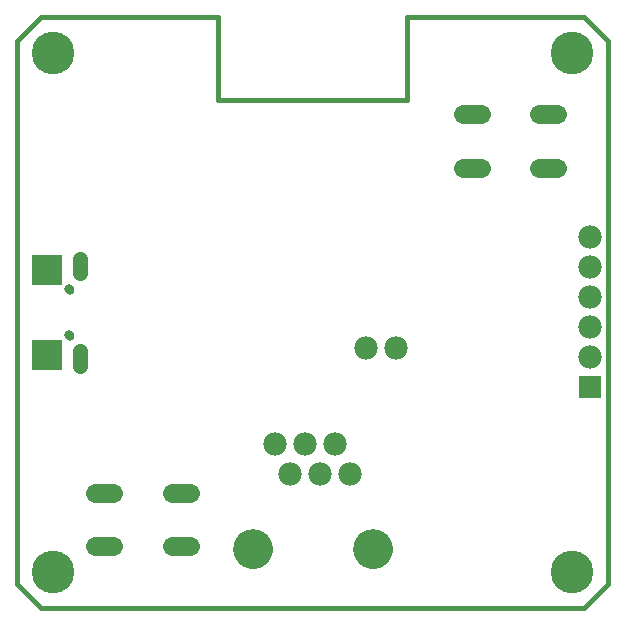
<source format=gbs>
G75*
%MOIN*%
%OFA0B0*%
%FSLAX25Y25*%
%IPPOS*%
%LPD*%
%AMOC8*
5,1,8,0,0,1.08239X$1,22.5*
%
%ADD10C,0.01600*%
%ADD11C,0.07800*%
%ADD12C,0.00000*%
%ADD13C,0.13200*%
%ADD14C,0.06400*%
%ADD15C,0.14243*%
%ADD16C,0.05156*%
%ADD17R,0.10243X0.10243*%
%ADD18C,0.03156*%
%ADD19R,0.07800X0.07800*%
D10*
X0011093Y0013715D02*
X0192195Y0013715D01*
X0200069Y0021589D01*
X0200069Y0202691D01*
X0192195Y0210565D01*
X0133140Y0210565D01*
X0133140Y0183006D01*
X0070148Y0183006D01*
X0070148Y0210565D01*
X0011093Y0210565D01*
X0003219Y0202691D01*
X0003219Y0021589D01*
X0011093Y0013715D01*
D11*
X0089144Y0068400D03*
X0099144Y0068400D03*
X0109144Y0068400D03*
X0114144Y0058400D03*
X0104144Y0058400D03*
X0094144Y0058400D03*
X0119360Y0100329D03*
X0129360Y0100329D03*
X0194163Y0097140D03*
X0194163Y0107140D03*
X0194163Y0117140D03*
X0194163Y0127140D03*
X0194163Y0137140D03*
D12*
X0115244Y0033400D02*
X0115246Y0033560D01*
X0115252Y0033719D01*
X0115262Y0033878D01*
X0115276Y0034037D01*
X0115294Y0034196D01*
X0115315Y0034354D01*
X0115341Y0034511D01*
X0115371Y0034668D01*
X0115404Y0034824D01*
X0115442Y0034979D01*
X0115483Y0035133D01*
X0115528Y0035286D01*
X0115577Y0035438D01*
X0115630Y0035589D01*
X0115686Y0035738D01*
X0115747Y0035886D01*
X0115810Y0036032D01*
X0115878Y0036177D01*
X0115949Y0036320D01*
X0116023Y0036461D01*
X0116101Y0036600D01*
X0116183Y0036737D01*
X0116268Y0036872D01*
X0116356Y0037005D01*
X0116448Y0037136D01*
X0116542Y0037264D01*
X0116640Y0037390D01*
X0116741Y0037514D01*
X0116845Y0037635D01*
X0116952Y0037753D01*
X0117062Y0037869D01*
X0117175Y0037982D01*
X0117291Y0038092D01*
X0117409Y0038199D01*
X0117530Y0038303D01*
X0117654Y0038404D01*
X0117780Y0038502D01*
X0117908Y0038596D01*
X0118039Y0038688D01*
X0118172Y0038776D01*
X0118307Y0038861D01*
X0118444Y0038943D01*
X0118583Y0039021D01*
X0118724Y0039095D01*
X0118867Y0039166D01*
X0119012Y0039234D01*
X0119158Y0039297D01*
X0119306Y0039358D01*
X0119455Y0039414D01*
X0119606Y0039467D01*
X0119758Y0039516D01*
X0119911Y0039561D01*
X0120065Y0039602D01*
X0120220Y0039640D01*
X0120376Y0039673D01*
X0120533Y0039703D01*
X0120690Y0039729D01*
X0120848Y0039750D01*
X0121007Y0039768D01*
X0121166Y0039782D01*
X0121325Y0039792D01*
X0121484Y0039798D01*
X0121644Y0039800D01*
X0121804Y0039798D01*
X0121963Y0039792D01*
X0122122Y0039782D01*
X0122281Y0039768D01*
X0122440Y0039750D01*
X0122598Y0039729D01*
X0122755Y0039703D01*
X0122912Y0039673D01*
X0123068Y0039640D01*
X0123223Y0039602D01*
X0123377Y0039561D01*
X0123530Y0039516D01*
X0123682Y0039467D01*
X0123833Y0039414D01*
X0123982Y0039358D01*
X0124130Y0039297D01*
X0124276Y0039234D01*
X0124421Y0039166D01*
X0124564Y0039095D01*
X0124705Y0039021D01*
X0124844Y0038943D01*
X0124981Y0038861D01*
X0125116Y0038776D01*
X0125249Y0038688D01*
X0125380Y0038596D01*
X0125508Y0038502D01*
X0125634Y0038404D01*
X0125758Y0038303D01*
X0125879Y0038199D01*
X0125997Y0038092D01*
X0126113Y0037982D01*
X0126226Y0037869D01*
X0126336Y0037753D01*
X0126443Y0037635D01*
X0126547Y0037514D01*
X0126648Y0037390D01*
X0126746Y0037264D01*
X0126840Y0037136D01*
X0126932Y0037005D01*
X0127020Y0036872D01*
X0127105Y0036737D01*
X0127187Y0036600D01*
X0127265Y0036461D01*
X0127339Y0036320D01*
X0127410Y0036177D01*
X0127478Y0036032D01*
X0127541Y0035886D01*
X0127602Y0035738D01*
X0127658Y0035589D01*
X0127711Y0035438D01*
X0127760Y0035286D01*
X0127805Y0035133D01*
X0127846Y0034979D01*
X0127884Y0034824D01*
X0127917Y0034668D01*
X0127947Y0034511D01*
X0127973Y0034354D01*
X0127994Y0034196D01*
X0128012Y0034037D01*
X0128026Y0033878D01*
X0128036Y0033719D01*
X0128042Y0033560D01*
X0128044Y0033400D01*
X0128042Y0033240D01*
X0128036Y0033081D01*
X0128026Y0032922D01*
X0128012Y0032763D01*
X0127994Y0032604D01*
X0127973Y0032446D01*
X0127947Y0032289D01*
X0127917Y0032132D01*
X0127884Y0031976D01*
X0127846Y0031821D01*
X0127805Y0031667D01*
X0127760Y0031514D01*
X0127711Y0031362D01*
X0127658Y0031211D01*
X0127602Y0031062D01*
X0127541Y0030914D01*
X0127478Y0030768D01*
X0127410Y0030623D01*
X0127339Y0030480D01*
X0127265Y0030339D01*
X0127187Y0030200D01*
X0127105Y0030063D01*
X0127020Y0029928D01*
X0126932Y0029795D01*
X0126840Y0029664D01*
X0126746Y0029536D01*
X0126648Y0029410D01*
X0126547Y0029286D01*
X0126443Y0029165D01*
X0126336Y0029047D01*
X0126226Y0028931D01*
X0126113Y0028818D01*
X0125997Y0028708D01*
X0125879Y0028601D01*
X0125758Y0028497D01*
X0125634Y0028396D01*
X0125508Y0028298D01*
X0125380Y0028204D01*
X0125249Y0028112D01*
X0125116Y0028024D01*
X0124981Y0027939D01*
X0124844Y0027857D01*
X0124705Y0027779D01*
X0124564Y0027705D01*
X0124421Y0027634D01*
X0124276Y0027566D01*
X0124130Y0027503D01*
X0123982Y0027442D01*
X0123833Y0027386D01*
X0123682Y0027333D01*
X0123530Y0027284D01*
X0123377Y0027239D01*
X0123223Y0027198D01*
X0123068Y0027160D01*
X0122912Y0027127D01*
X0122755Y0027097D01*
X0122598Y0027071D01*
X0122440Y0027050D01*
X0122281Y0027032D01*
X0122122Y0027018D01*
X0121963Y0027008D01*
X0121804Y0027002D01*
X0121644Y0027000D01*
X0121484Y0027002D01*
X0121325Y0027008D01*
X0121166Y0027018D01*
X0121007Y0027032D01*
X0120848Y0027050D01*
X0120690Y0027071D01*
X0120533Y0027097D01*
X0120376Y0027127D01*
X0120220Y0027160D01*
X0120065Y0027198D01*
X0119911Y0027239D01*
X0119758Y0027284D01*
X0119606Y0027333D01*
X0119455Y0027386D01*
X0119306Y0027442D01*
X0119158Y0027503D01*
X0119012Y0027566D01*
X0118867Y0027634D01*
X0118724Y0027705D01*
X0118583Y0027779D01*
X0118444Y0027857D01*
X0118307Y0027939D01*
X0118172Y0028024D01*
X0118039Y0028112D01*
X0117908Y0028204D01*
X0117780Y0028298D01*
X0117654Y0028396D01*
X0117530Y0028497D01*
X0117409Y0028601D01*
X0117291Y0028708D01*
X0117175Y0028818D01*
X0117062Y0028931D01*
X0116952Y0029047D01*
X0116845Y0029165D01*
X0116741Y0029286D01*
X0116640Y0029410D01*
X0116542Y0029536D01*
X0116448Y0029664D01*
X0116356Y0029795D01*
X0116268Y0029928D01*
X0116183Y0030063D01*
X0116101Y0030200D01*
X0116023Y0030339D01*
X0115949Y0030480D01*
X0115878Y0030623D01*
X0115810Y0030768D01*
X0115747Y0030914D01*
X0115686Y0031062D01*
X0115630Y0031211D01*
X0115577Y0031362D01*
X0115528Y0031514D01*
X0115483Y0031667D01*
X0115442Y0031821D01*
X0115404Y0031976D01*
X0115371Y0032132D01*
X0115341Y0032289D01*
X0115315Y0032446D01*
X0115294Y0032604D01*
X0115276Y0032763D01*
X0115262Y0032922D01*
X0115252Y0033081D01*
X0115246Y0033240D01*
X0115244Y0033400D01*
X0075244Y0033400D02*
X0075246Y0033560D01*
X0075252Y0033719D01*
X0075262Y0033878D01*
X0075276Y0034037D01*
X0075294Y0034196D01*
X0075315Y0034354D01*
X0075341Y0034511D01*
X0075371Y0034668D01*
X0075404Y0034824D01*
X0075442Y0034979D01*
X0075483Y0035133D01*
X0075528Y0035286D01*
X0075577Y0035438D01*
X0075630Y0035589D01*
X0075686Y0035738D01*
X0075747Y0035886D01*
X0075810Y0036032D01*
X0075878Y0036177D01*
X0075949Y0036320D01*
X0076023Y0036461D01*
X0076101Y0036600D01*
X0076183Y0036737D01*
X0076268Y0036872D01*
X0076356Y0037005D01*
X0076448Y0037136D01*
X0076542Y0037264D01*
X0076640Y0037390D01*
X0076741Y0037514D01*
X0076845Y0037635D01*
X0076952Y0037753D01*
X0077062Y0037869D01*
X0077175Y0037982D01*
X0077291Y0038092D01*
X0077409Y0038199D01*
X0077530Y0038303D01*
X0077654Y0038404D01*
X0077780Y0038502D01*
X0077908Y0038596D01*
X0078039Y0038688D01*
X0078172Y0038776D01*
X0078307Y0038861D01*
X0078444Y0038943D01*
X0078583Y0039021D01*
X0078724Y0039095D01*
X0078867Y0039166D01*
X0079012Y0039234D01*
X0079158Y0039297D01*
X0079306Y0039358D01*
X0079455Y0039414D01*
X0079606Y0039467D01*
X0079758Y0039516D01*
X0079911Y0039561D01*
X0080065Y0039602D01*
X0080220Y0039640D01*
X0080376Y0039673D01*
X0080533Y0039703D01*
X0080690Y0039729D01*
X0080848Y0039750D01*
X0081007Y0039768D01*
X0081166Y0039782D01*
X0081325Y0039792D01*
X0081484Y0039798D01*
X0081644Y0039800D01*
X0081804Y0039798D01*
X0081963Y0039792D01*
X0082122Y0039782D01*
X0082281Y0039768D01*
X0082440Y0039750D01*
X0082598Y0039729D01*
X0082755Y0039703D01*
X0082912Y0039673D01*
X0083068Y0039640D01*
X0083223Y0039602D01*
X0083377Y0039561D01*
X0083530Y0039516D01*
X0083682Y0039467D01*
X0083833Y0039414D01*
X0083982Y0039358D01*
X0084130Y0039297D01*
X0084276Y0039234D01*
X0084421Y0039166D01*
X0084564Y0039095D01*
X0084705Y0039021D01*
X0084844Y0038943D01*
X0084981Y0038861D01*
X0085116Y0038776D01*
X0085249Y0038688D01*
X0085380Y0038596D01*
X0085508Y0038502D01*
X0085634Y0038404D01*
X0085758Y0038303D01*
X0085879Y0038199D01*
X0085997Y0038092D01*
X0086113Y0037982D01*
X0086226Y0037869D01*
X0086336Y0037753D01*
X0086443Y0037635D01*
X0086547Y0037514D01*
X0086648Y0037390D01*
X0086746Y0037264D01*
X0086840Y0037136D01*
X0086932Y0037005D01*
X0087020Y0036872D01*
X0087105Y0036737D01*
X0087187Y0036600D01*
X0087265Y0036461D01*
X0087339Y0036320D01*
X0087410Y0036177D01*
X0087478Y0036032D01*
X0087541Y0035886D01*
X0087602Y0035738D01*
X0087658Y0035589D01*
X0087711Y0035438D01*
X0087760Y0035286D01*
X0087805Y0035133D01*
X0087846Y0034979D01*
X0087884Y0034824D01*
X0087917Y0034668D01*
X0087947Y0034511D01*
X0087973Y0034354D01*
X0087994Y0034196D01*
X0088012Y0034037D01*
X0088026Y0033878D01*
X0088036Y0033719D01*
X0088042Y0033560D01*
X0088044Y0033400D01*
X0088042Y0033240D01*
X0088036Y0033081D01*
X0088026Y0032922D01*
X0088012Y0032763D01*
X0087994Y0032604D01*
X0087973Y0032446D01*
X0087947Y0032289D01*
X0087917Y0032132D01*
X0087884Y0031976D01*
X0087846Y0031821D01*
X0087805Y0031667D01*
X0087760Y0031514D01*
X0087711Y0031362D01*
X0087658Y0031211D01*
X0087602Y0031062D01*
X0087541Y0030914D01*
X0087478Y0030768D01*
X0087410Y0030623D01*
X0087339Y0030480D01*
X0087265Y0030339D01*
X0087187Y0030200D01*
X0087105Y0030063D01*
X0087020Y0029928D01*
X0086932Y0029795D01*
X0086840Y0029664D01*
X0086746Y0029536D01*
X0086648Y0029410D01*
X0086547Y0029286D01*
X0086443Y0029165D01*
X0086336Y0029047D01*
X0086226Y0028931D01*
X0086113Y0028818D01*
X0085997Y0028708D01*
X0085879Y0028601D01*
X0085758Y0028497D01*
X0085634Y0028396D01*
X0085508Y0028298D01*
X0085380Y0028204D01*
X0085249Y0028112D01*
X0085116Y0028024D01*
X0084981Y0027939D01*
X0084844Y0027857D01*
X0084705Y0027779D01*
X0084564Y0027705D01*
X0084421Y0027634D01*
X0084276Y0027566D01*
X0084130Y0027503D01*
X0083982Y0027442D01*
X0083833Y0027386D01*
X0083682Y0027333D01*
X0083530Y0027284D01*
X0083377Y0027239D01*
X0083223Y0027198D01*
X0083068Y0027160D01*
X0082912Y0027127D01*
X0082755Y0027097D01*
X0082598Y0027071D01*
X0082440Y0027050D01*
X0082281Y0027032D01*
X0082122Y0027018D01*
X0081963Y0027008D01*
X0081804Y0027002D01*
X0081644Y0027000D01*
X0081484Y0027002D01*
X0081325Y0027008D01*
X0081166Y0027018D01*
X0081007Y0027032D01*
X0080848Y0027050D01*
X0080690Y0027071D01*
X0080533Y0027097D01*
X0080376Y0027127D01*
X0080220Y0027160D01*
X0080065Y0027198D01*
X0079911Y0027239D01*
X0079758Y0027284D01*
X0079606Y0027333D01*
X0079455Y0027386D01*
X0079306Y0027442D01*
X0079158Y0027503D01*
X0079012Y0027566D01*
X0078867Y0027634D01*
X0078724Y0027705D01*
X0078583Y0027779D01*
X0078444Y0027857D01*
X0078307Y0027939D01*
X0078172Y0028024D01*
X0078039Y0028112D01*
X0077908Y0028204D01*
X0077780Y0028298D01*
X0077654Y0028396D01*
X0077530Y0028497D01*
X0077409Y0028601D01*
X0077291Y0028708D01*
X0077175Y0028818D01*
X0077062Y0028931D01*
X0076952Y0029047D01*
X0076845Y0029165D01*
X0076741Y0029286D01*
X0076640Y0029410D01*
X0076542Y0029536D01*
X0076448Y0029664D01*
X0076356Y0029795D01*
X0076268Y0029928D01*
X0076183Y0030063D01*
X0076101Y0030200D01*
X0076023Y0030339D01*
X0075949Y0030480D01*
X0075878Y0030623D01*
X0075810Y0030768D01*
X0075747Y0030914D01*
X0075686Y0031062D01*
X0075630Y0031211D01*
X0075577Y0031362D01*
X0075528Y0031514D01*
X0075483Y0031667D01*
X0075442Y0031821D01*
X0075404Y0031976D01*
X0075371Y0032132D01*
X0075341Y0032289D01*
X0075315Y0032446D01*
X0075294Y0032604D01*
X0075276Y0032763D01*
X0075262Y0032922D01*
X0075252Y0033081D01*
X0075246Y0033240D01*
X0075244Y0033400D01*
X0014242Y0096786D02*
X0011880Y0096786D01*
X0011814Y0096794D01*
X0011750Y0096806D01*
X0011686Y0096822D01*
X0011623Y0096841D01*
X0011562Y0096865D01*
X0011502Y0096892D01*
X0011444Y0096922D01*
X0011388Y0096956D01*
X0011334Y0096993D01*
X0011282Y0097034D01*
X0011233Y0097078D01*
X0011186Y0097124D01*
X0011143Y0097173D01*
X0011102Y0097225D01*
X0011065Y0097279D01*
X0011031Y0097335D01*
X0011001Y0097393D01*
X0010974Y0097453D01*
X0010950Y0097514D01*
X0010931Y0097577D01*
X0010915Y0097641D01*
X0010903Y0097705D01*
X0010895Y0097771D01*
X0010891Y0097836D01*
X0010891Y0097902D01*
X0010895Y0097967D01*
X0010891Y0098032D01*
X0010891Y0098098D01*
X0010895Y0098163D01*
X0010903Y0098229D01*
X0010915Y0098293D01*
X0010931Y0098357D01*
X0010950Y0098420D01*
X0010974Y0098481D01*
X0011001Y0098541D01*
X0011031Y0098599D01*
X0011065Y0098655D01*
X0011102Y0098709D01*
X0011143Y0098761D01*
X0011186Y0098810D01*
X0011233Y0098856D01*
X0011282Y0098900D01*
X0011334Y0098941D01*
X0011388Y0098978D01*
X0011444Y0099012D01*
X0011502Y0099042D01*
X0011562Y0099069D01*
X0011623Y0099093D01*
X0011686Y0099112D01*
X0011750Y0099128D01*
X0011814Y0099140D01*
X0011880Y0099148D01*
X0014242Y0099148D01*
X0014305Y0099140D01*
X0014367Y0099129D01*
X0014429Y0099114D01*
X0014489Y0099096D01*
X0014549Y0099074D01*
X0014607Y0099049D01*
X0014663Y0099020D01*
X0014718Y0098988D01*
X0014770Y0098953D01*
X0014821Y0098915D01*
X0014869Y0098875D01*
X0014915Y0098831D01*
X0014958Y0098785D01*
X0014999Y0098736D01*
X0015037Y0098685D01*
X0015071Y0098633D01*
X0015103Y0098578D01*
X0015131Y0098521D01*
X0015156Y0098463D01*
X0015177Y0098403D01*
X0015195Y0098343D01*
X0015209Y0098281D01*
X0015220Y0098219D01*
X0015227Y0098156D01*
X0015231Y0098093D01*
X0015230Y0098030D01*
X0015227Y0097967D01*
X0015230Y0097904D01*
X0015231Y0097841D01*
X0015227Y0097778D01*
X0015220Y0097715D01*
X0015209Y0097653D01*
X0015195Y0097591D01*
X0015177Y0097531D01*
X0015156Y0097471D01*
X0015131Y0097413D01*
X0015103Y0097356D01*
X0015071Y0097301D01*
X0015037Y0097249D01*
X0014999Y0097198D01*
X0014958Y0097149D01*
X0014915Y0097103D01*
X0014869Y0097059D01*
X0014821Y0097019D01*
X0014770Y0096981D01*
X0014718Y0096946D01*
X0014663Y0096914D01*
X0014607Y0096885D01*
X0014549Y0096860D01*
X0014489Y0096838D01*
X0014429Y0096820D01*
X0014367Y0096805D01*
X0014305Y0096794D01*
X0014242Y0096786D01*
X0019163Y0104463D02*
X0019165Y0104537D01*
X0019171Y0104611D01*
X0019181Y0104684D01*
X0019195Y0104757D01*
X0019212Y0104829D01*
X0019234Y0104899D01*
X0019259Y0104969D01*
X0019288Y0105037D01*
X0019321Y0105103D01*
X0019357Y0105168D01*
X0019397Y0105230D01*
X0019439Y0105291D01*
X0019485Y0105349D01*
X0019534Y0105404D01*
X0019586Y0105457D01*
X0019641Y0105507D01*
X0019698Y0105553D01*
X0019758Y0105597D01*
X0019820Y0105637D01*
X0019884Y0105674D01*
X0019950Y0105708D01*
X0020018Y0105738D01*
X0020087Y0105764D01*
X0020158Y0105787D01*
X0020229Y0105805D01*
X0020302Y0105820D01*
X0020375Y0105831D01*
X0020449Y0105838D01*
X0020523Y0105841D01*
X0020596Y0105840D01*
X0020670Y0105835D01*
X0020744Y0105826D01*
X0020817Y0105813D01*
X0020889Y0105796D01*
X0020960Y0105776D01*
X0021030Y0105751D01*
X0021098Y0105723D01*
X0021165Y0105692D01*
X0021230Y0105656D01*
X0021293Y0105618D01*
X0021354Y0105576D01*
X0021413Y0105530D01*
X0021469Y0105482D01*
X0021522Y0105431D01*
X0021572Y0105377D01*
X0021620Y0105320D01*
X0021664Y0105261D01*
X0021706Y0105199D01*
X0021744Y0105136D01*
X0021778Y0105070D01*
X0021809Y0105003D01*
X0021836Y0104934D01*
X0021859Y0104864D01*
X0021879Y0104793D01*
X0021895Y0104720D01*
X0021907Y0104647D01*
X0021915Y0104574D01*
X0021919Y0104500D01*
X0021919Y0104426D01*
X0021915Y0104352D01*
X0021907Y0104279D01*
X0021895Y0104206D01*
X0021879Y0104133D01*
X0021859Y0104062D01*
X0021836Y0103992D01*
X0021809Y0103923D01*
X0021778Y0103856D01*
X0021744Y0103790D01*
X0021706Y0103727D01*
X0021664Y0103665D01*
X0021620Y0103606D01*
X0021572Y0103549D01*
X0021522Y0103495D01*
X0021469Y0103444D01*
X0021413Y0103396D01*
X0021354Y0103350D01*
X0021293Y0103308D01*
X0021230Y0103270D01*
X0021165Y0103234D01*
X0021098Y0103203D01*
X0021030Y0103175D01*
X0020960Y0103150D01*
X0020889Y0103130D01*
X0020817Y0103113D01*
X0020744Y0103100D01*
X0020670Y0103091D01*
X0020596Y0103086D01*
X0020523Y0103085D01*
X0020449Y0103088D01*
X0020375Y0103095D01*
X0020302Y0103106D01*
X0020229Y0103121D01*
X0020158Y0103139D01*
X0020087Y0103162D01*
X0020018Y0103188D01*
X0019950Y0103218D01*
X0019884Y0103252D01*
X0019820Y0103289D01*
X0019758Y0103329D01*
X0019698Y0103373D01*
X0019641Y0103419D01*
X0019586Y0103469D01*
X0019534Y0103522D01*
X0019485Y0103577D01*
X0019439Y0103635D01*
X0019397Y0103696D01*
X0019357Y0103758D01*
X0019321Y0103823D01*
X0019288Y0103889D01*
X0019259Y0103957D01*
X0019234Y0104027D01*
X0019212Y0104097D01*
X0019195Y0104169D01*
X0019181Y0104242D01*
X0019171Y0104315D01*
X0019165Y0104389D01*
X0019163Y0104463D01*
X0019163Y0119817D02*
X0019165Y0119891D01*
X0019171Y0119965D01*
X0019181Y0120038D01*
X0019195Y0120111D01*
X0019212Y0120183D01*
X0019234Y0120253D01*
X0019259Y0120323D01*
X0019288Y0120391D01*
X0019321Y0120457D01*
X0019357Y0120522D01*
X0019397Y0120584D01*
X0019439Y0120645D01*
X0019485Y0120703D01*
X0019534Y0120758D01*
X0019586Y0120811D01*
X0019641Y0120861D01*
X0019698Y0120907D01*
X0019758Y0120951D01*
X0019820Y0120991D01*
X0019884Y0121028D01*
X0019950Y0121062D01*
X0020018Y0121092D01*
X0020087Y0121118D01*
X0020158Y0121141D01*
X0020229Y0121159D01*
X0020302Y0121174D01*
X0020375Y0121185D01*
X0020449Y0121192D01*
X0020523Y0121195D01*
X0020596Y0121194D01*
X0020670Y0121189D01*
X0020744Y0121180D01*
X0020817Y0121167D01*
X0020889Y0121150D01*
X0020960Y0121130D01*
X0021030Y0121105D01*
X0021098Y0121077D01*
X0021165Y0121046D01*
X0021230Y0121010D01*
X0021293Y0120972D01*
X0021354Y0120930D01*
X0021413Y0120884D01*
X0021469Y0120836D01*
X0021522Y0120785D01*
X0021572Y0120731D01*
X0021620Y0120674D01*
X0021664Y0120615D01*
X0021706Y0120553D01*
X0021744Y0120490D01*
X0021778Y0120424D01*
X0021809Y0120357D01*
X0021836Y0120288D01*
X0021859Y0120218D01*
X0021879Y0120147D01*
X0021895Y0120074D01*
X0021907Y0120001D01*
X0021915Y0119928D01*
X0021919Y0119854D01*
X0021919Y0119780D01*
X0021915Y0119706D01*
X0021907Y0119633D01*
X0021895Y0119560D01*
X0021879Y0119487D01*
X0021859Y0119416D01*
X0021836Y0119346D01*
X0021809Y0119277D01*
X0021778Y0119210D01*
X0021744Y0119144D01*
X0021706Y0119081D01*
X0021664Y0119019D01*
X0021620Y0118960D01*
X0021572Y0118903D01*
X0021522Y0118849D01*
X0021469Y0118798D01*
X0021413Y0118750D01*
X0021354Y0118704D01*
X0021293Y0118662D01*
X0021230Y0118624D01*
X0021165Y0118588D01*
X0021098Y0118557D01*
X0021030Y0118529D01*
X0020960Y0118504D01*
X0020889Y0118484D01*
X0020817Y0118467D01*
X0020744Y0118454D01*
X0020670Y0118445D01*
X0020596Y0118440D01*
X0020523Y0118439D01*
X0020449Y0118442D01*
X0020375Y0118449D01*
X0020302Y0118460D01*
X0020229Y0118475D01*
X0020158Y0118493D01*
X0020087Y0118516D01*
X0020018Y0118542D01*
X0019950Y0118572D01*
X0019884Y0118606D01*
X0019820Y0118643D01*
X0019758Y0118683D01*
X0019698Y0118727D01*
X0019641Y0118773D01*
X0019586Y0118823D01*
X0019534Y0118876D01*
X0019485Y0118931D01*
X0019439Y0118989D01*
X0019397Y0119050D01*
X0019357Y0119112D01*
X0019321Y0119177D01*
X0019288Y0119243D01*
X0019259Y0119311D01*
X0019234Y0119381D01*
X0019212Y0119451D01*
X0019195Y0119523D01*
X0019181Y0119596D01*
X0019171Y0119669D01*
X0019165Y0119743D01*
X0019163Y0119817D01*
X0014242Y0125132D02*
X0011880Y0125132D01*
X0011814Y0125140D01*
X0011750Y0125152D01*
X0011686Y0125168D01*
X0011623Y0125187D01*
X0011562Y0125211D01*
X0011502Y0125238D01*
X0011444Y0125268D01*
X0011388Y0125302D01*
X0011334Y0125339D01*
X0011282Y0125380D01*
X0011233Y0125424D01*
X0011186Y0125470D01*
X0011143Y0125519D01*
X0011102Y0125571D01*
X0011065Y0125625D01*
X0011031Y0125681D01*
X0011001Y0125739D01*
X0010974Y0125799D01*
X0010950Y0125860D01*
X0010931Y0125923D01*
X0010915Y0125987D01*
X0010903Y0126051D01*
X0010895Y0126117D01*
X0010891Y0126182D01*
X0010891Y0126248D01*
X0010895Y0126313D01*
X0010895Y0126314D02*
X0010891Y0126379D01*
X0010891Y0126445D01*
X0010895Y0126510D01*
X0010903Y0126576D01*
X0010915Y0126640D01*
X0010931Y0126704D01*
X0010950Y0126767D01*
X0010974Y0126828D01*
X0011001Y0126888D01*
X0011031Y0126946D01*
X0011065Y0127002D01*
X0011102Y0127056D01*
X0011143Y0127108D01*
X0011186Y0127157D01*
X0011233Y0127203D01*
X0011282Y0127247D01*
X0011334Y0127288D01*
X0011388Y0127325D01*
X0011444Y0127359D01*
X0011502Y0127389D01*
X0011562Y0127416D01*
X0011623Y0127440D01*
X0011686Y0127459D01*
X0011750Y0127475D01*
X0011814Y0127487D01*
X0011880Y0127495D01*
X0011880Y0127494D02*
X0014242Y0127494D01*
X0014242Y0127495D02*
X0014305Y0127487D01*
X0014367Y0127476D01*
X0014429Y0127461D01*
X0014489Y0127443D01*
X0014549Y0127421D01*
X0014607Y0127396D01*
X0014663Y0127367D01*
X0014718Y0127335D01*
X0014770Y0127300D01*
X0014821Y0127262D01*
X0014869Y0127222D01*
X0014915Y0127178D01*
X0014958Y0127132D01*
X0014999Y0127083D01*
X0015037Y0127032D01*
X0015071Y0126980D01*
X0015103Y0126925D01*
X0015131Y0126868D01*
X0015156Y0126810D01*
X0015177Y0126750D01*
X0015195Y0126690D01*
X0015209Y0126628D01*
X0015220Y0126566D01*
X0015227Y0126503D01*
X0015231Y0126440D01*
X0015230Y0126377D01*
X0015227Y0126314D01*
X0015227Y0126313D02*
X0015230Y0126250D01*
X0015231Y0126187D01*
X0015227Y0126124D01*
X0015220Y0126061D01*
X0015209Y0125999D01*
X0015195Y0125937D01*
X0015177Y0125877D01*
X0015156Y0125817D01*
X0015131Y0125759D01*
X0015103Y0125702D01*
X0015071Y0125647D01*
X0015037Y0125595D01*
X0014999Y0125544D01*
X0014958Y0125495D01*
X0014915Y0125449D01*
X0014869Y0125405D01*
X0014821Y0125365D01*
X0014770Y0125327D01*
X0014718Y0125292D01*
X0014663Y0125260D01*
X0014607Y0125231D01*
X0014549Y0125206D01*
X0014489Y0125184D01*
X0014429Y0125166D01*
X0014367Y0125151D01*
X0014305Y0125140D01*
X0014242Y0125132D01*
D13*
X0081644Y0033400D03*
X0121644Y0033400D03*
D14*
X0060869Y0034264D02*
X0054869Y0034264D01*
X0054869Y0052064D02*
X0060869Y0052064D01*
X0035269Y0052064D02*
X0029269Y0052064D01*
X0029269Y0034264D02*
X0035269Y0034264D01*
X0151670Y0160406D02*
X0157670Y0160406D01*
X0157670Y0178206D02*
X0151670Y0178206D01*
X0177270Y0178206D02*
X0183270Y0178206D01*
X0183270Y0160406D02*
X0177270Y0160406D01*
D15*
X0188258Y0198754D03*
X0188258Y0025526D03*
X0015030Y0025526D03*
X0015030Y0198754D03*
D16*
X0024085Y0129888D02*
X0024085Y0125132D01*
X0024085Y0099148D02*
X0024085Y0094392D01*
D17*
X0013061Y0097967D03*
X0013061Y0126313D03*
D18*
X0020541Y0119817D03*
X0020541Y0104463D03*
D19*
X0194163Y0087140D03*
M02*

</source>
